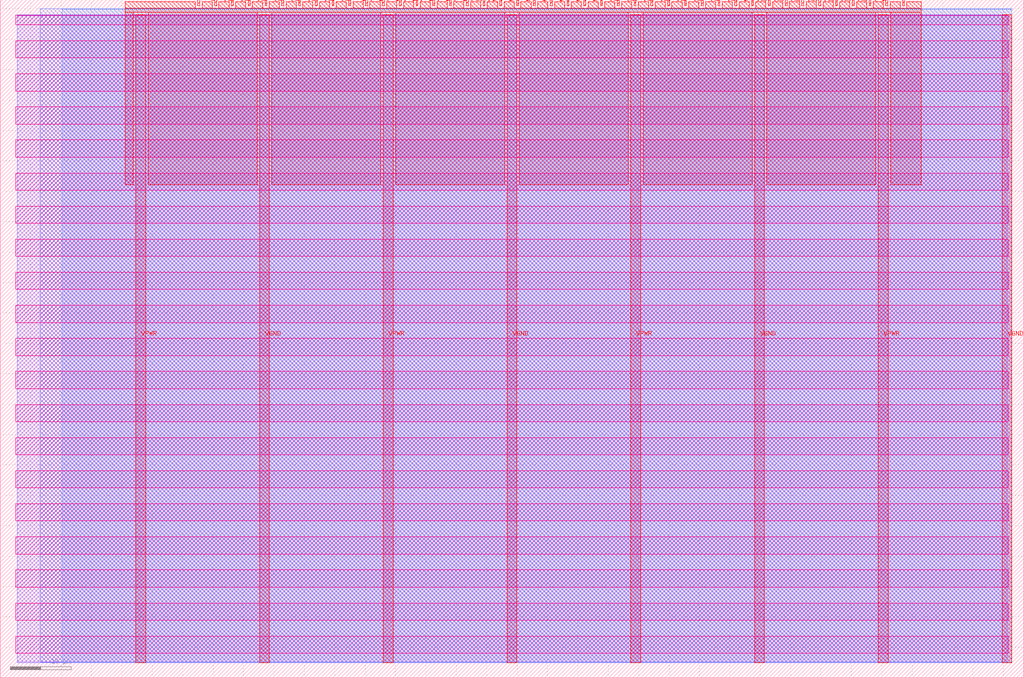
<source format=lef>
VERSION 5.7 ;
  NOWIREEXTENSIONATPIN ON ;
  DIVIDERCHAR "/" ;
  BUSBITCHARS "[]" ;
MACRO tt_um_myuart
  CLASS BLOCK ;
  FOREIGN tt_um_myuart ;
  ORIGIN 0.000 0.000 ;
  SIZE 168.360 BY 111.520 ;
  PIN VGND
    DIRECTION INOUT ;
    USE GROUND ;
    PORT
      LAYER met4 ;
        RECT 42.670 2.480 44.270 109.040 ;
    END
    PORT
      LAYER met4 ;
        RECT 83.380 2.480 84.980 109.040 ;
    END
    PORT
      LAYER met4 ;
        RECT 124.090 2.480 125.690 109.040 ;
    END
    PORT
      LAYER met4 ;
        RECT 164.800 2.480 166.400 109.040 ;
    END
  END VGND
  PIN VPWR
    DIRECTION INOUT ;
    USE POWER ;
    PORT
      LAYER met4 ;
        RECT 22.315 2.480 23.915 109.040 ;
    END
    PORT
      LAYER met4 ;
        RECT 63.025 2.480 64.625 109.040 ;
    END
    PORT
      LAYER met4 ;
        RECT 103.735 2.480 105.335 109.040 ;
    END
    PORT
      LAYER met4 ;
        RECT 144.445 2.480 146.045 109.040 ;
    END
  END VPWR
  PIN clk
    DIRECTION INPUT ;
    USE SIGNAL ;
    ANTENNAGATEAREA 0.852000 ;
    PORT
      LAYER met4 ;
        RECT 145.670 110.520 145.970 111.520 ;
    END
  END clk
  PIN ena
    DIRECTION INPUT ;
    USE SIGNAL ;
    ANTENNAGATEAREA 0.196500 ;
    PORT
      LAYER met4 ;
        RECT 148.430 110.520 148.730 111.520 ;
    END
  END ena
  PIN rst_n
    DIRECTION INPUT ;
    USE SIGNAL ;
    ANTENNAGATEAREA 0.196500 ;
    PORT
      LAYER met4 ;
        RECT 142.910 110.520 143.210 111.520 ;
    END
  END rst_n
  PIN ui_in[0]
    DIRECTION INPUT ;
    USE SIGNAL ;
    PORT
      LAYER met4 ;
        RECT 140.150 110.520 140.450 111.520 ;
    END
  END ui_in[0]
  PIN ui_in[1]
    DIRECTION INPUT ;
    USE SIGNAL ;
    PORT
      LAYER met4 ;
        RECT 137.390 110.520 137.690 111.520 ;
    END
  END ui_in[1]
  PIN ui_in[2]
    DIRECTION INPUT ;
    USE SIGNAL ;
    PORT
      LAYER met4 ;
        RECT 134.630 110.520 134.930 111.520 ;
    END
  END ui_in[2]
  PIN ui_in[3]
    DIRECTION INPUT ;
    USE SIGNAL ;
    PORT
      LAYER met4 ;
        RECT 131.870 110.520 132.170 111.520 ;
    END
  END ui_in[3]
  PIN ui_in[4]
    DIRECTION INPUT ;
    USE SIGNAL ;
    PORT
      LAYER met4 ;
        RECT 129.110 110.520 129.410 111.520 ;
    END
  END ui_in[4]
  PIN ui_in[5]
    DIRECTION INPUT ;
    USE SIGNAL ;
    PORT
      LAYER met4 ;
        RECT 126.350 110.520 126.650 111.520 ;
    END
  END ui_in[5]
  PIN ui_in[6]
    DIRECTION INPUT ;
    USE SIGNAL ;
    PORT
      LAYER met4 ;
        RECT 123.590 110.520 123.890 111.520 ;
    END
  END ui_in[6]
  PIN ui_in[7]
    DIRECTION INPUT ;
    USE SIGNAL ;
    PORT
      LAYER met4 ;
        RECT 120.830 110.520 121.130 111.520 ;
    END
  END ui_in[7]
  PIN uio_in[0]
    DIRECTION INPUT ;
    USE SIGNAL ;
    PORT
      LAYER met4 ;
        RECT 118.070 110.520 118.370 111.520 ;
    END
  END uio_in[0]
  PIN uio_in[1]
    DIRECTION INPUT ;
    USE SIGNAL ;
    PORT
      LAYER met4 ;
        RECT 115.310 110.520 115.610 111.520 ;
    END
  END uio_in[1]
  PIN uio_in[2]
    DIRECTION INPUT ;
    USE SIGNAL ;
    PORT
      LAYER met4 ;
        RECT 112.550 110.520 112.850 111.520 ;
    END
  END uio_in[2]
  PIN uio_in[3]
    DIRECTION INPUT ;
    USE SIGNAL ;
    PORT
      LAYER met4 ;
        RECT 109.790 110.520 110.090 111.520 ;
    END
  END uio_in[3]
  PIN uio_in[4]
    DIRECTION INPUT ;
    USE SIGNAL ;
    PORT
      LAYER met4 ;
        RECT 107.030 110.520 107.330 111.520 ;
    END
  END uio_in[4]
  PIN uio_in[5]
    DIRECTION INPUT ;
    USE SIGNAL ;
    PORT
      LAYER met4 ;
        RECT 104.270 110.520 104.570 111.520 ;
    END
  END uio_in[5]
  PIN uio_in[6]
    DIRECTION INPUT ;
    USE SIGNAL ;
    PORT
      LAYER met4 ;
        RECT 101.510 110.520 101.810 111.520 ;
    END
  END uio_in[6]
  PIN uio_in[7]
    DIRECTION INPUT ;
    USE SIGNAL ;
    PORT
      LAYER met4 ;
        RECT 98.750 110.520 99.050 111.520 ;
    END
  END uio_in[7]
  PIN uio_oe[0]
    DIRECTION OUTPUT TRISTATE ;
    USE SIGNAL ;
    PORT
      LAYER met4 ;
        RECT 51.830 110.520 52.130 111.520 ;
    END
  END uio_oe[0]
  PIN uio_oe[1]
    DIRECTION OUTPUT TRISTATE ;
    USE SIGNAL ;
    PORT
      LAYER met4 ;
        RECT 49.070 110.520 49.370 111.520 ;
    END
  END uio_oe[1]
  PIN uio_oe[2]
    DIRECTION OUTPUT TRISTATE ;
    USE SIGNAL ;
    PORT
      LAYER met4 ;
        RECT 46.310 110.520 46.610 111.520 ;
    END
  END uio_oe[2]
  PIN uio_oe[3]
    DIRECTION OUTPUT TRISTATE ;
    USE SIGNAL ;
    PORT
      LAYER met4 ;
        RECT 43.550 110.520 43.850 111.520 ;
    END
  END uio_oe[3]
  PIN uio_oe[4]
    DIRECTION OUTPUT TRISTATE ;
    USE SIGNAL ;
    PORT
      LAYER met4 ;
        RECT 40.790 110.520 41.090 111.520 ;
    END
  END uio_oe[4]
  PIN uio_oe[5]
    DIRECTION OUTPUT TRISTATE ;
    USE SIGNAL ;
    PORT
      LAYER met4 ;
        RECT 38.030 110.520 38.330 111.520 ;
    END
  END uio_oe[5]
  PIN uio_oe[6]
    DIRECTION OUTPUT TRISTATE ;
    USE SIGNAL ;
    PORT
      LAYER met4 ;
        RECT 35.270 110.520 35.570 111.520 ;
    END
  END uio_oe[6]
  PIN uio_oe[7]
    DIRECTION OUTPUT TRISTATE ;
    USE SIGNAL ;
    PORT
      LAYER met4 ;
        RECT 32.510 110.520 32.810 111.520 ;
    END
  END uio_oe[7]
  PIN uio_out[0]
    DIRECTION OUTPUT TRISTATE ;
    USE SIGNAL ;
    PORT
      LAYER met4 ;
        RECT 73.910 110.520 74.210 111.520 ;
    END
  END uio_out[0]
  PIN uio_out[1]
    DIRECTION OUTPUT TRISTATE ;
    USE SIGNAL ;
    PORT
      LAYER met4 ;
        RECT 71.150 110.520 71.450 111.520 ;
    END
  END uio_out[1]
  PIN uio_out[2]
    DIRECTION OUTPUT TRISTATE ;
    USE SIGNAL ;
    PORT
      LAYER met4 ;
        RECT 68.390 110.520 68.690 111.520 ;
    END
  END uio_out[2]
  PIN uio_out[3]
    DIRECTION OUTPUT TRISTATE ;
    USE SIGNAL ;
    PORT
      LAYER met4 ;
        RECT 65.630 110.520 65.930 111.520 ;
    END
  END uio_out[3]
  PIN uio_out[4]
    DIRECTION OUTPUT TRISTATE ;
    USE SIGNAL ;
    PORT
      LAYER met4 ;
        RECT 62.870 110.520 63.170 111.520 ;
    END
  END uio_out[4]
  PIN uio_out[5]
    DIRECTION OUTPUT TRISTATE ;
    USE SIGNAL ;
    PORT
      LAYER met4 ;
        RECT 60.110 110.520 60.410 111.520 ;
    END
  END uio_out[5]
  PIN uio_out[6]
    DIRECTION OUTPUT TRISTATE ;
    USE SIGNAL ;
    PORT
      LAYER met4 ;
        RECT 57.350 110.520 57.650 111.520 ;
    END
  END uio_out[6]
  PIN uio_out[7]
    DIRECTION OUTPUT TRISTATE ;
    USE SIGNAL ;
    PORT
      LAYER met4 ;
        RECT 54.590 110.520 54.890 111.520 ;
    END
  END uio_out[7]
  PIN uo_out[0]
    DIRECTION OUTPUT TRISTATE ;
    USE SIGNAL ;
    ANTENNADIFFAREA 0.795200 ;
    PORT
      LAYER met4 ;
        RECT 95.990 110.520 96.290 111.520 ;
    END
  END uo_out[0]
  PIN uo_out[1]
    DIRECTION OUTPUT TRISTATE ;
    USE SIGNAL ;
    ANTENNADIFFAREA 0.445500 ;
    PORT
      LAYER met4 ;
        RECT 93.230 110.520 93.530 111.520 ;
    END
  END uo_out[1]
  PIN uo_out[2]
    DIRECTION OUTPUT TRISTATE ;
    USE SIGNAL ;
    ANTENNADIFFAREA 0.445500 ;
    PORT
      LAYER met4 ;
        RECT 90.470 110.520 90.770 111.520 ;
    END
  END uo_out[2]
  PIN uo_out[3]
    DIRECTION OUTPUT TRISTATE ;
    USE SIGNAL ;
    ANTENNADIFFAREA 0.445500 ;
    PORT
      LAYER met4 ;
        RECT 87.710 110.520 88.010 111.520 ;
    END
  END uo_out[3]
  PIN uo_out[4]
    DIRECTION OUTPUT TRISTATE ;
    USE SIGNAL ;
    ANTENNADIFFAREA 0.445500 ;
    PORT
      LAYER met4 ;
        RECT 84.950 110.520 85.250 111.520 ;
    END
  END uo_out[4]
  PIN uo_out[5]
    DIRECTION OUTPUT TRISTATE ;
    USE SIGNAL ;
    ANTENNADIFFAREA 0.445500 ;
    PORT
      LAYER met4 ;
        RECT 82.190 110.520 82.490 111.520 ;
    END
  END uo_out[5]
  PIN uo_out[6]
    DIRECTION OUTPUT TRISTATE ;
    USE SIGNAL ;
    ANTENNADIFFAREA 0.445500 ;
    PORT
      LAYER met4 ;
        RECT 79.430 110.520 79.730 111.520 ;
    END
  END uo_out[6]
  PIN uo_out[7]
    DIRECTION OUTPUT TRISTATE ;
    USE SIGNAL ;
    ANTENNADIFFAREA 0.445500 ;
    PORT
      LAYER met4 ;
        RECT 76.670 110.520 76.970 111.520 ;
    END
  END uo_out[7]
  OBS
      LAYER nwell ;
        RECT 2.570 107.385 165.790 108.990 ;
        RECT 2.570 101.945 165.790 104.775 ;
        RECT 2.570 96.505 165.790 99.335 ;
        RECT 2.570 91.065 165.790 93.895 ;
        RECT 2.570 85.625 165.790 88.455 ;
        RECT 2.570 80.185 165.790 83.015 ;
        RECT 2.570 74.745 165.790 77.575 ;
        RECT 2.570 69.305 165.790 72.135 ;
        RECT 2.570 63.865 165.790 66.695 ;
        RECT 2.570 58.425 165.790 61.255 ;
        RECT 2.570 52.985 165.790 55.815 ;
        RECT 2.570 47.545 165.790 50.375 ;
        RECT 2.570 42.105 165.790 44.935 ;
        RECT 2.570 36.665 165.790 39.495 ;
        RECT 2.570 31.225 165.790 34.055 ;
        RECT 2.570 25.785 165.790 28.615 ;
        RECT 2.570 20.345 165.790 23.175 ;
        RECT 2.570 14.905 165.790 17.735 ;
        RECT 2.570 9.465 165.790 12.295 ;
        RECT 2.570 4.025 165.790 6.855 ;
      LAYER li1 ;
        RECT 2.760 2.635 165.600 108.885 ;
      LAYER met1 ;
        RECT 2.760 2.480 166.400 109.040 ;
      LAYER met2 ;
        RECT 6.540 2.535 166.370 110.005 ;
      LAYER met3 ;
        RECT 10.185 2.555 166.390 109.985 ;
      LAYER met4 ;
        RECT 20.535 110.120 32.110 111.170 ;
        RECT 33.210 110.120 34.870 111.170 ;
        RECT 35.970 110.120 37.630 111.170 ;
        RECT 38.730 110.120 40.390 111.170 ;
        RECT 41.490 110.120 43.150 111.170 ;
        RECT 44.250 110.120 45.910 111.170 ;
        RECT 47.010 110.120 48.670 111.170 ;
        RECT 49.770 110.120 51.430 111.170 ;
        RECT 52.530 110.120 54.190 111.170 ;
        RECT 55.290 110.120 56.950 111.170 ;
        RECT 58.050 110.120 59.710 111.170 ;
        RECT 60.810 110.120 62.470 111.170 ;
        RECT 63.570 110.120 65.230 111.170 ;
        RECT 66.330 110.120 67.990 111.170 ;
        RECT 69.090 110.120 70.750 111.170 ;
        RECT 71.850 110.120 73.510 111.170 ;
        RECT 74.610 110.120 76.270 111.170 ;
        RECT 77.370 110.120 79.030 111.170 ;
        RECT 80.130 110.120 81.790 111.170 ;
        RECT 82.890 110.120 84.550 111.170 ;
        RECT 85.650 110.120 87.310 111.170 ;
        RECT 88.410 110.120 90.070 111.170 ;
        RECT 91.170 110.120 92.830 111.170 ;
        RECT 93.930 110.120 95.590 111.170 ;
        RECT 96.690 110.120 98.350 111.170 ;
        RECT 99.450 110.120 101.110 111.170 ;
        RECT 102.210 110.120 103.870 111.170 ;
        RECT 104.970 110.120 106.630 111.170 ;
        RECT 107.730 110.120 109.390 111.170 ;
        RECT 110.490 110.120 112.150 111.170 ;
        RECT 113.250 110.120 114.910 111.170 ;
        RECT 116.010 110.120 117.670 111.170 ;
        RECT 118.770 110.120 120.430 111.170 ;
        RECT 121.530 110.120 123.190 111.170 ;
        RECT 124.290 110.120 125.950 111.170 ;
        RECT 127.050 110.120 128.710 111.170 ;
        RECT 129.810 110.120 131.470 111.170 ;
        RECT 132.570 110.120 134.230 111.170 ;
        RECT 135.330 110.120 136.990 111.170 ;
        RECT 138.090 110.120 139.750 111.170 ;
        RECT 140.850 110.120 142.510 111.170 ;
        RECT 143.610 110.120 145.270 111.170 ;
        RECT 146.370 110.120 148.030 111.170 ;
        RECT 149.130 110.120 151.505 111.170 ;
        RECT 20.535 109.440 151.505 110.120 ;
        RECT 20.535 81.095 21.915 109.440 ;
        RECT 24.315 81.095 42.270 109.440 ;
        RECT 44.670 81.095 62.625 109.440 ;
        RECT 65.025 81.095 82.980 109.440 ;
        RECT 85.380 81.095 103.335 109.440 ;
        RECT 105.735 81.095 123.690 109.440 ;
        RECT 126.090 81.095 144.045 109.440 ;
        RECT 146.445 81.095 151.505 109.440 ;
  END
END tt_um_myuart
END LIBRARY


</source>
